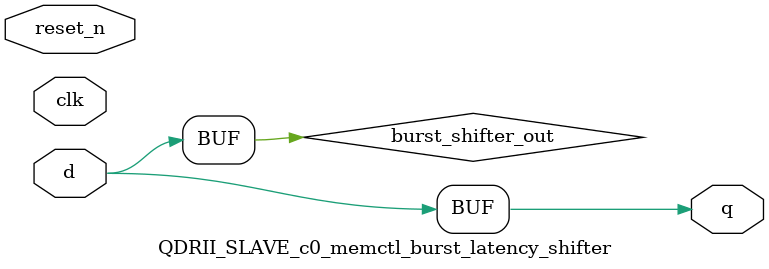
<source format=sv>



module QDRII_SLAVE_c0_memctl_burst_latency_shifter (
	clk,
	reset_n,
	d,
	q
);

//////////////////////////////////////////////////////////////////////////////
// BEGIN PARAMETER SECTION

parameter MAX_LATENCY	= "";
parameter BURST_LENGTH	= "";

// END PARAMETER SECTION
//////////////////////////////////////////////////////////////////////////////

//////////////////////////////////////////////////////////////////////////////
// BEGIN PORT SECTION

input					clk;
input					reset_n;
input					d;
output	[MAX_LATENCY:0]	q;

// END PORT SECTION
//////////////////////////////////////////////////////////////////////////////

wire					burst_shifter_out;


// The signal is not prolonged, which is equivalent to a simple wire
assign burst_shifter_out = d;


// Latency shifter
generate
if (MAX_LATENCY == 0)
begin : latency_shifter_gen_0
	// The signal is not delayed, which is equivalent to a simple wire
	assign q = burst_shifter_out;
end
else
begin : latency_shifter_gen_n
	reg		[MAX_LATENCY:1]	latency_shifter;
	logic	[MAX_LATENCY:0]	latency_shifter_out;

	assign q = latency_shifter_out;


	// Connect shift register outputs
	always_comb
	begin
		latency_shifter_out[0] <= burst_shifter_out;
		for (int i = 1; i <= MAX_LATENCY; i++)
			latency_shifter_out[i] <= latency_shifter[i];
	end


	// Shift register logic
	always_ff @(posedge clk or negedge reset_n)
	begin
		if (!reset_n)
			latency_shifter <= '0;
		else
		begin
			latency_shifter[1] <= burst_shifter_out;
			for (int i = 2; i <= MAX_LATENCY; i++)
				latency_shifter[i] <= latency_shifter[i-1];
		end
	end
end
endgenerate


endmodule


</source>
